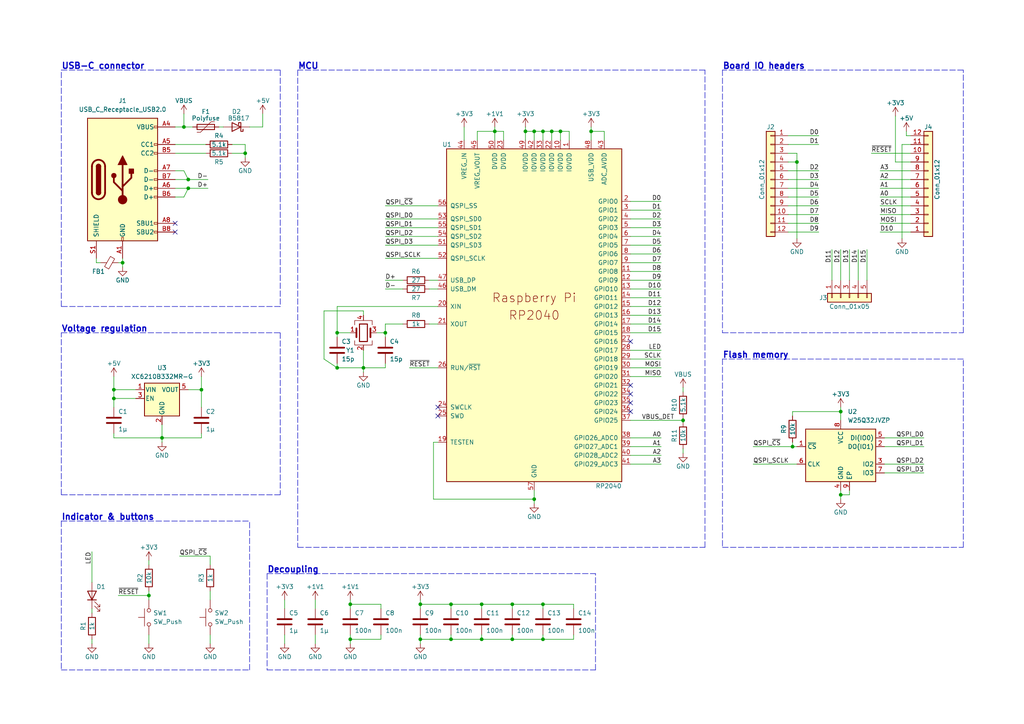
<source format=kicad_sch>
(kicad_sch (version 20211123) (generator eeschema)
  (paper "A4")
  (title_block (title "0xB2 - blinky2040") (rev "v0") (company "plut0nium"))
  (lib_symbols
    (symbol "Connector:USB_C_Receptacle_USB2.0" (pin_names (offset 1.016))
      (property "Reference" "J" (at -10.16 19.05 0))
      (property "Value" "USB_C_Receptacle_USB2.0" (at 19.05 19.05 0))
      (symbol "USB_C_Receptacle_USB2.0_1_1"
        (pin passive line (at 0 -22.86 90) (length 5.08) (name "GND") (number "A1"))
        (pin passive line (at 0 -22.86 90) (length 5.08) hide (name "GND") (number "A12"))
        (pin passive line (at 15.24 15.24 180) (length 5.08) (name "VBUS") (number "A4"))
        (pin bidirectional line (at 15.24 10.16 180) (length 5.08) (name "CC1") (number "A5"))
        (pin bidirectional line (at 15.24 -2.54 180) (length 5.08) (name "D+") (number "A6"))
        (pin bidirectional line (at 15.24 2.54 180) (length 5.08) (name "D-") (number "A7"))
        (pin bidirectional line (at 15.24 -12.7 180) (length 5.08) (name "SBU1") (number "A8"))
        (pin passive line (at 15.24 15.24 180) (length 5.08) hide (name "VBUS") (number "A9"))
        (pin passive line (at 0 -22.86 90) (length 5.08) hide (name "GND") (number "B1"))
        (pin passive line (at 0 -22.86 90) (length 5.08) hide (name "GND") (number "B12"))
        (pin passive line (at 15.24 15.24 180) (length 5.08) hide (name "VBUS") (number "B4"))
        (pin bidirectional line (at 15.24 7.62 180) (length 5.08) (name "CC2") (number "B5"))
        (pin bidirectional line (at 15.24 -5.08 180) (length 5.08) (name "D+") (number "B6"))
        (pin bidirectional line (at 15.24 0 180) (length 5.08) (name "D-") (number "B7"))
        (pin bidirectional line (at 15.24 -15.24 180) (length 5.08) (name "SBU2") (number "B8"))
        (pin passive line (at 15.24 15.24 180) (length 5.08) hide (name "VBUS") (number "B9"))
        (pin passive line (at -7.62 -22.86 90) (length 5.08) (name "SHIELD") (number "S1"))
      )
    )
    (symbol "Connector_Generic:Conn_01x05" (pin_names (offset 1.016) hide)
      (property "Reference" "J" (at 0 7.62 0))
      (property "Value" "Conn_01x05" (at 0 -7.62 0))
      (symbol "Conn_01x05_1_1"
        (pin passive line (at -5.08 5.08 0) (length 3.81) (name "Pin_1") (number "1"))
        (pin passive line (at -5.08 2.54 0) (length 3.81) (name "Pin_2") (number "2"))
        (pin passive line (at -5.08 0 0) (length 3.81) (name "Pin_3") (number "3"))
        (pin passive line (at -5.08 -2.54 0) (length 3.81) (name "Pin_4") (number "4"))
        (pin passive line (at -5.08 -5.08 0) (length 3.81) (name "Pin_5") (number "5"))
      )
    )
    (symbol "Connector_Generic:Conn_01x12" (pin_names (offset 1.016) hide)
      (property "Reference" "J" (at 0 15.24 0))
      (property "Value" "Conn_01x12" (at 0 -17.78 0))
      (symbol "Conn_01x12_1_1"
        (pin passive line (at -5.08 12.7 0) (length 3.81) (name "Pin_1") (number "1"))
        (pin passive line (at -5.08 -10.16 0) (length 3.81) (name "Pin_10") (number "10"))
        (pin passive line (at -5.08 -12.7 0) (length 3.81) (name "Pin_11") (number "11"))
        (pin passive line (at -5.08 -15.24 0) (length 3.81) (name "Pin_12") (number "12"))
        (pin passive line (at -5.08 10.16 0) (length 3.81) (name "Pin_2") (number "2"))
        (pin passive line (at -5.08 7.62 0) (length 3.81) (name "Pin_3") (number "3"))
        (pin passive line (at -5.08 5.08 0) (length 3.81) (name "Pin_4") (number "4"))
        (pin passive line (at -5.08 2.54 0) (length 3.81) (name "Pin_5") (number "5"))
        (pin passive line (at -5.08 0 0) (length 3.81) (name "Pin_6") (number "6"))
        (pin passive line (at -5.08 -2.54 0) (length 3.81) (name "Pin_7") (number "7"))
        (pin passive line (at -5.08 -5.08 0) (length 3.81) (name "Pin_8") (number "8"))
        (pin passive line (at -5.08 -7.62 0) (length 3.81) (name "Pin_9") (number "9"))
      )
    )
    (symbol "Device:C" (pin_numbers hide) (pin_names (offset 0.254))
      (property "Reference" "C" (at 0.635 2.54 0))
      (property "Value" "C" (at 0.635 -2.54 0))
      (symbol "C_1_1"
        (pin passive line (at 0 3.81 270) (length 2.794) (name "~") (number "1"))
        (pin passive line (at 0 -3.81 90) (length 2.794) (name "~") (number "2"))
      )
    )
    (symbol "Device:Crystal_GND24" (pin_names (offset 1.016) hide)
      (property "Reference" "Y" (at 3.175 5.08 0))
      (property "Value" "Crystal_GND24" (at 3.175 3.175 0))
      (symbol "Crystal_GND24_1_1"
        (pin passive line (at -3.81 0 0) (length 1.27) (name "1") (number "1"))
        (pin passive line (at 0 5.08 270) (length 1.27) (name "2") (number "2"))
        (pin passive line (at 3.81 0 180) (length 1.27) (name "3") (number "3"))
        (pin passive line (at 0 -5.08 90) (length 1.27) (name "4") (number "4"))
      )
    )
    (symbol "Device:D_Schottky" (pin_numbers hide) (pin_names (offset 1.016) hide)
      (property "Reference" "D" (at 0 2.54 0))
      (property "Value" "D_Schottky" (at 0 -2.54 0))
      (symbol "D_Schottky_1_1"
        (pin passive line (at -3.81 0 0) (length 2.54) (name "K") (number "1"))
        (pin passive line (at 3.81 0 180) (length 2.54) (name "A") (number "2"))
      )
    )
    (symbol "Device:FerriteBead_Small" (pin_numbers hide) (pin_names (offset 0))
      (property "Reference" "FB" (at 1.905 1.27 0))
      (property "Value" "FerriteBead_Small" (at 1.905 -1.27 0))
      (symbol "FerriteBead_Small_1_1"
        (pin passive line (at 0 2.54 270) (length 1.27) (name "~") (number "1"))
        (pin passive line (at 0 -2.54 90) (length 1.27) (name "~") (number "2"))
      )
    )
    (symbol "Device:LED" (pin_numbers hide) (pin_names (offset 1.016) hide)
      (property "Reference" "D" (at 0 2.54 0))
      (property "Value" "LED" (at 0 -2.54 0))
      (symbol "LED_1_1"
        (pin passive line (at -3.81 0 0) (length 2.54) (name "K") (number "1"))
        (pin passive line (at 3.81 0 180) (length 2.54) (name "A") (number "2"))
      )
    )
    (symbol "Device:Polyfuse" (pin_numbers hide) (pin_names (offset 0))
      (property "Reference" "F" (at -2.54 0 90))
      (property "Value" "Polyfuse" (at 2.54 0 90))
      (symbol "Polyfuse_1_1"
        (pin passive line (at 0 3.81 270) (length 1.27) (name "~") (number "1"))
        (pin passive line (at 0 -3.81 90) (length 1.27) (name "~") (number "2"))
      )
    )
    (symbol "Device:R" (pin_numbers hide) (pin_names (offset 0))
      (property "Reference" "R" (at 2.032 0 90))
      (property "Value" "R" (at 0 0 90))
      (symbol "R_1_1"
        (pin passive line (at 0 3.81 270) (length 1.27) (name "~") (number "1"))
        (pin passive line (at 0 -3.81 90) (length 1.27) (name "~") (number "2"))
      )
    )
    (symbol "MCU_RaspberryPi_RP2040:RP2040" (pin_names (offset 1.016))
      (property "Reference" "U" (at -25.4 49.53 0))
      (property "Value" "RP2040" (at 20.32 -49.53 0))
      (symbol "RP2040_0_0"
        (text "Raspberry Pi" (at 0 5.08 0) (effects (font (size 2.54 2.54))))
        (text "RP2040" (at 0 0 0) (effects (font (size 2.54 2.54))))
      )
      (symbol "RP2040_1_1"
        (pin power_in line (at 10.16 50.8 270) (length 2.54) (name "IOVDD") (number "1"))
        (pin power_in line (at 7.62 50.8 270) (length 2.54) (name "IOVDD") (number "10"))
        (pin bidirectional line (at 27.94 12.7 180) (length 2.54) (name "GPIO8") (number "11"))
        (pin bidirectional line (at 27.94 10.16 180) (length 2.54) (name "GPIO9") (number "12"))
        (pin bidirectional line (at 27.94 7.62 180) (length 2.54) (name "GPIO10") (number "13"))
        (pin bidirectional line (at 27.94 5.08 180) (length 2.54) (name "GPIO11") (number "14"))
        (pin bidirectional line (at 27.94 2.54 180) (length 2.54) (name "GPIO12") (number "15"))
        (pin bidirectional line (at 27.94 0 180) (length 2.54) (name "GPIO13") (number "16"))
        (pin bidirectional line (at 27.94 -2.54 180) (length 2.54) (name "GPIO14") (number "17"))
        (pin bidirectional line (at 27.94 -5.08 180) (length 2.54) (name "GPIO15") (number "18"))
        (pin passive line (at -27.94 -36.83 0) (length 2.54) (name "TESTEN") (number "19"))
        (pin bidirectional line (at 27.94 33.02 180) (length 2.54) (name "GPIO0") (number "2"))
        (pin input line (at -27.94 2.54 0) (length 2.54) (name "XIN") (number "20"))
        (pin passive line (at -27.94 -2.54 0) (length 2.54) (name "XOUT") (number "21"))
        (pin power_in line (at 5.08 50.8 270) (length 2.54) (name "IOVDD") (number "22"))
        (pin power_in line (at -8.89 50.8 270) (length 2.54) (name "DVDD") (number "23"))
        (pin output line (at -27.94 -26.67 0) (length 2.54) (name "SWCLK") (number "24"))
        (pin bidirectional line (at -27.94 -29.21 0) (length 2.54) (name "SWD") (number "25"))
        (pin input line (at -27.94 -15.24 0) (length 2.54) (name "RUN/~{RST}") (number "26"))
        (pin bidirectional line (at 27.94 -7.62 180) (length 2.54) (name "GPIO16") (number "27"))
        (pin bidirectional line (at 27.94 -10.16 180) (length 2.54) (name "GPIO17") (number "28"))
        (pin bidirectional line (at 27.94 -12.7 180) (length 2.54) (name "GPIO18") (number "29"))
        (pin bidirectional line (at 27.94 30.48 180) (length 2.54) (name "GPIO1") (number "3"))
        (pin bidirectional line (at 27.94 -15.24 180) (length 2.54) (name "GPIO19") (number "30"))
        (pin bidirectional line (at 27.94 -17.78 180) (length 2.54) (name "GPIO20") (number "31"))
        (pin bidirectional line (at 27.94 -20.32 180) (length 2.54) (name "GPIO21") (number "32"))
        (pin power_in line (at 2.54 50.8 270) (length 2.54) (name "IOVDD") (number "33"))
        (pin bidirectional line (at 27.94 -22.86 180) (length 2.54) (name "GPIO22") (number "34"))
        (pin bidirectional line (at 27.94 -25.4 180) (length 2.54) (name "GPIO23") (number "35"))
        (pin bidirectional line (at 27.94 -27.94 180) (length 2.54) (name "GPIO24") (number "36"))
        (pin bidirectional line (at 27.94 -30.48 180) (length 2.54) (name "GPIO25") (number "37"))
        (pin bidirectional line (at 27.94 -35.56 180) (length 2.54) (name "GPIO26_ADC0") (number "38"))
        (pin bidirectional line (at 27.94 -38.1 180) (length 2.54) (name "GPIO27_ADC1") (number "39"))
        (pin bidirectional line (at 27.94 27.94 180) (length 2.54) (name "GPIO2") (number "4"))
        (pin bidirectional line (at 27.94 -40.64 180) (length 2.54) (name "GPIO28_ADC2") (number "40"))
        (pin bidirectional line (at 27.94 -43.18 180) (length 2.54) (name "GPIO29_ADC3") (number "41"))
        (pin power_in line (at 0 50.8 270) (length 2.54) (name "IOVDD") (number "42"))
        (pin power_in line (at 20.32 50.8 270) (length 2.54) (name "ADC_AVDD") (number "43"))
        (pin power_in line (at -20.32 50.8 270) (length 2.54) (name "VREG_IN") (number "44"))
        (pin power_out line (at -16.51 50.8 270) (length 2.54) (name "VREG_VOUT") (number "45"))
        (pin bidirectional line (at -27.94 7.62 0) (length 2.54) (name "USB_DM") (number "46"))
        (pin bidirectional line (at -27.94 10.16 0) (length 2.54) (name "USB_DP") (number "47"))
        (pin power_in line (at 16.51 50.8 270) (length 2.54) (name "USB_VDD") (number "48"))
        (pin power_in line (at -2.54 50.8 270) (length 2.54) (name "IOVDD") (number "49"))
        (pin bidirectional line (at 27.94 25.4 180) (length 2.54) (name "GPIO3") (number "5"))
        (pin power_in line (at -11.43 50.8 270) (length 2.54) (name "DVDD") (number "50"))
        (pin bidirectional line (at -27.94 20.32 0) (length 2.54) (name "QSPI_SD3") (number "51"))
        (pin output line (at -27.94 16.51 0) (length 2.54) (name "QSPI_SCLK") (number "52"))
        (pin bidirectional line (at -27.94 27.94 0) (length 2.54) (name "QSPI_SD0") (number "53"))
        (pin bidirectional line (at -27.94 22.86 0) (length 2.54) (name "QSPI_SD2") (number "54"))
        (pin bidirectional line (at -27.94 25.4 0) (length 2.54) (name "QSPI_SD1") (number "55"))
        (pin bidirectional line (at -27.94 31.75 0) (length 2.54) (name "QSPI_SS") (number "56"))
        (pin power_in line (at 0 -50.8 90) (length 2.54) (name "GND") (number "57"))
        (pin bidirectional line (at 27.94 22.86 180) (length 2.54) (name "GPIO4") (number "6"))
        (pin bidirectional line (at 27.94 20.32 180) (length 2.54) (name "GPIO5") (number "7"))
        (pin bidirectional line (at 27.94 17.78 180) (length 2.54) (name "GPIO6") (number "8"))
        (pin bidirectional line (at 27.94 15.24 180) (length 2.54) (name "GPIO7") (number "9"))
      )
    )
    (symbol "Memory_Flash:W25Q32JVZP"
      (property "Reference" "U" (at -8.89 8.89 0))
      (property "Value" "W25Q32JVZP" (at 7.62 8.89 0))
      (symbol "W25Q32JVZP_1_1"
        (pin input line (at -12.7 2.54 0) (length 2.54) (name "~{CS}") (number "1"))
        (pin bidirectional line (at 12.7 2.54 180) (length 2.54) (name "DO(IO1)") (number "2"))
        (pin bidirectional line (at 12.7 -2.54 180) (length 2.54) (name "IO2") (number "3"))
        (pin power_in line (at 0 -10.16 90) (length 2.54) (name "GND") (number "4"))
        (pin bidirectional line (at 12.7 5.08 180) (length 2.54) (name "DI(IO0)") (number "5"))
        (pin input line (at -12.7 -2.54 0) (length 2.54) (name "CLK") (number "6"))
        (pin bidirectional line (at 12.7 -5.08 180) (length 2.54) (name "IO3") (number "7"))
        (pin power_in line (at 0 10.16 270) (length 2.54) (name "VCC") (number "8"))
        (pin passive line (at 2.54 -10.16 90) (length 2.54) (name "EP") (number "9"))
      )
    )
    (symbol "Regulator_Linear:AP2127K-3.3" (pin_names (offset 0.254))
      (property "Reference" "U" (at -5.08 5.715 0))
      (property "Value" "AP2127K-3.3" (at 0 5.715 0))
      (symbol "AP2127K-3.3_1_1"
        (pin power_in line (at -7.62 2.54 0) (length 2.54) (name "VIN") (number "1"))
        (pin power_in line (at 0 -7.62 90) (length 2.54) (name "GND") (number "2"))
        (pin input line (at -7.62 0 0) (length 2.54) (name "EN") (number "3"))
        (pin no_connect line (at 5.08 0 180) (length 2.54) hide (name "NC") (number "4"))
        (pin power_out line (at 7.62 2.54 180) (length 2.54) (name "VOUT") (number "5"))
      )
    )
    (symbol "Switch:SW_Push" (pin_numbers hide) (pin_names (offset 1.016) hide)
      (property "Reference" "SW" (at 1.27 2.54 0))
      (property "Value" "SW_Push" (at 0 -1.524 0))
      (symbol "SW_Push_0_1"
        (pin passive line (at -5.08 0 0) (length 2.54) (name "1") (number "1"))
        (pin passive line (at 5.08 0 180) (length 2.54) (name "2") (number "2"))
      )
    )
    (symbol "power:+1V1" (power) (pin_names (offset 0))
      (property "Value" "+1V1" (at 0 3.556 0))
      (symbol "+1V1_1_1"
        (pin power_in line (at 0 0 90) (length 0) hide (name "+1V1") (number "1"))
      )
    )
    (symbol "power:+3.3V" (power) (pin_names (offset 0))
      (property "Value" "+3.3V" (at 0 3.556 0))
      (symbol "+3.3V_1_1"
        (pin power_in line (at 0 0 90) (length 0) hide (name "+3V3") (number "1"))
      )
    )
    (symbol "power:+5V" (power) (pin_names (offset 0))
      (property "Value" "+5V" (at 0 3.556 0))
      (symbol "+5V_1_1"
        (pin power_in line (at 0 0 90) (length 0) hide (name "+5V") (number "1"))
      )
    )
    (symbol "power:GND" (power) (pin_names (offset 0))
      (property "Value" "GND" (at 0 -3.81 0))
      (symbol "GND_1_1"
        (pin power_in line (at 0 0 270) (length 0) hide (name "GND") (number "1"))
      )
    )
    (symbol "power:VBUS" (power) (pin_names (offset 0))
      (property "Value" "VBUS" (at 0 3.81 0))
      (symbol "VBUS_1_1"
        (pin power_in line (at 0 0 90) (length 0) hide (name "VBUS") (number "1"))
      )
    )
  )
  (junction (at 53.34 36.83))
  (junction (at 46.99 127))
  (junction (at 105.41 106.68))
  (junction (at 154.94 38.1))
  (junction (at 162.56 38.1))
  (junction (at 111.76 96.52))
  (junction (at 157.48 185.42))
  (junction (at 101.6 185.42))
  (junction (at 54.61 52.07))
  (junction (at 157.48 38.1))
  (junction (at 97.79 96.52))
  (junction (at 157.48 175.26))
  (junction (at 101.6 175.26))
  (junction (at 121.92 185.42))
  (junction (at 148.59 185.42))
  (junction (at 130.81 175.26))
  (junction (at 148.59 175.26))
  (junction (at 152.4 38.1))
  (junction (at 160.02 38.1))
  (junction (at 43.18 172.72))
  (junction (at 33.02 113.03))
  (junction (at 171.45 38.1))
  (junction (at 139.7 185.42))
  (junction (at 154.94 144.78))
  (junction (at 35.56 76.2))
  (junction (at 198.12 121.92))
  (junction (at 231.14 46.99))
  (junction (at 58.42 113.03))
  (junction (at 229.87 129.54))
  (junction (at 139.7 175.26))
  (junction (at 71.12 44.45))
  (junction (at 130.81 185.42))
  (junction (at 97.79 106.68))
  (junction (at 33.02 115.57))
  (junction (at 54.61 54.61))
  (junction (at 243.84 119.38))
  (junction (at 143.51 38.1))
  (junction (at 243.84 143.51))
  (junction (at 121.92 175.26))
  (no_connect (at 182.88 119.38))
  (no_connect (at 182.88 116.84))
  (no_connect (at 182.88 111.76))
  (no_connect (at 182.88 114.3))
  (no_connect (at 182.88 99.06))
  (no_connect (at 50.8 64.77))
  (no_connect (at 50.8 67.31))
  (no_connect (at 127 118.11))
  (no_connect (at 127 120.65))
  (polyline (pts (xy 209.55 96.52) (xy 279.4 96.52)))
  (wire (pts (xy 171.45 38.1) (xy 171.45 40.64)))
  (wire (pts (xy 264.16 46.99) (xy 259.715 46.99)))
  (wire (pts (xy 33.02 115.57) (xy 33.02 118.11)))
  (wire (pts (xy 105.41 91.44) (xy 105.41 90.17)))
  (wire (pts (xy 118.745 106.68) (xy 127 106.68)))
  (wire (pts (xy 58.42 109.22) (xy 58.42 113.03)))
  (wire (pts (xy 60.96 171.45) (xy 60.96 173.99)))
  (wire (pts (xy 82.55 173.99) (xy 82.55 176.53)))
  (wire (pts (xy 267.97 134.62) (xy 256.54 134.62)))
  (wire (pts (xy 43.18 184.15) (xy 43.18 186.69)))
  (wire (pts (xy 101.6 175.26) (xy 110.49 175.26)))
  (wire (pts (xy 121.92 173.99) (xy 121.92 175.26)))
  (wire (pts (xy 243.84 72.39) (xy 243.84 81.28)))
  (polyline (pts (xy 17.78 194.31) (xy 72.39 194.31)))
  (wire (pts (xy 255.27 54.61) (xy 264.16 54.61)))
  (wire (pts (xy 228.6 67.31) (xy 237.49 67.31)))
  (polyline (pts (xy 204.47 158.75) (xy 204.47 20.32)))
  (wire (pts (xy 182.88 127) (xy 191.77 127)))
  (wire (pts (xy 50.8 54.61) (xy 54.61 54.61)))
  (wire (pts (xy 91.44 173.99) (xy 91.44 176.53)))
  (wire (pts (xy 267.97 137.16) (xy 256.54 137.16)))
  (polyline (pts (xy 279.4 104.14) (xy 209.55 104.14)))
  (wire (pts (xy 111.76 66.04) (xy 127 66.04)))
  (wire (pts (xy 182.88 101.6) (xy 191.77 101.6)))
  (wire (pts (xy 72.39 36.83) (xy 76.2 36.83)))
  (wire (pts (xy 121.92 185.42) (xy 130.81 185.42)))
  (wire (pts (xy 33.02 113.03) (xy 39.37 113.03)))
  (wire (pts (xy 101.6 175.26) (xy 101.6 176.53)))
  (wire (pts (xy 243.84 118.11) (xy 243.84 119.38)))
  (wire (pts (xy 109.22 96.52) (xy 111.76 96.52)))
  (wire (pts (xy 63.5 36.83) (xy 64.77 36.83)))
  (wire (pts (xy 105.41 106.68) (xy 105.41 107.95)))
  (wire (pts (xy 162.56 38.1) (xy 165.1 38.1)))
  (wire (pts (xy 248.92 72.39) (xy 248.92 81.28)))
  (wire (pts (xy 121.92 175.26) (xy 130.81 175.26)))
  (wire (pts (xy 228.6 64.77) (xy 237.49 64.77)))
  (wire (pts (xy 97.79 96.52) (xy 97.79 88.9)))
  (wire (pts (xy 111.76 68.58) (xy 127 68.58)))
  (wire (pts (xy 198.12 130.175) (xy 198.12 131.445)))
  (wire (pts (xy 143.51 38.1) (xy 143.51 40.64)))
  (wire (pts (xy 182.88 129.54) (xy 191.77 129.54)))
  (wire (pts (xy 130.81 184.15) (xy 130.81 185.42)))
  (wire (pts (xy 54.61 52.07) (xy 50.8 52.07)))
  (polyline (pts (xy 81.28 88.9) (xy 17.78 88.9)))
  (wire (pts (xy 121.92 185.42) (xy 121.92 186.69)))
  (wire (pts (xy 231.14 46.99) (xy 231.14 69.215)))
  (wire (pts (xy 267.97 127) (xy 256.54 127)))
  (wire (pts (xy 33.02 127) (xy 46.99 127)))
  (wire (pts (xy 125.73 128.27) (xy 127 128.27)))
  (wire (pts (xy 101.6 185.42) (xy 101.6 186.69)))
  (wire (pts (xy 124.46 81.28) (xy 127 81.28)))
  (wire (pts (xy 50.8 49.53) (xy 53.34 49.53)))
  (wire (pts (xy 264.16 41.91) (xy 261.62 41.91)))
  (wire (pts (xy 255.27 67.31) (xy 264.16 67.31)))
  (wire (pts (xy 93.98 90.17) (xy 93.98 104.14)))
  (wire (pts (xy 101.6 185.42) (xy 110.49 185.42)))
  (wire (pts (xy 139.7 185.42) (xy 148.59 185.42)))
  (wire (pts (xy 124.46 93.98) (xy 127 93.98)))
  (wire (pts (xy 53.34 49.53) (xy 54.61 52.07)))
  (wire (pts (xy 34.29 76.2) (xy 35.56 76.2)))
  (wire (pts (xy 243.84 142.24) (xy 243.84 143.51)))
  (wire (pts (xy 157.48 38.1) (xy 157.48 40.64)))
  (wire (pts (xy 111.76 106.68) (xy 111.76 105.41)))
  (wire (pts (xy 50.8 36.83) (xy 53.34 36.83)))
  (wire (pts (xy 52.07 161.29) (xy 60.96 161.29)))
  (wire (pts (xy 53.34 36.83) (xy 55.88 36.83)))
  (wire (pts (xy 58.42 125.73) (xy 58.42 127)))
  (wire (pts (xy 255.27 64.77) (xy 264.16 64.77)))
  (wire (pts (xy 255.27 62.23) (xy 264.16 62.23)))
  (wire (pts (xy 229.87 129.54) (xy 231.14 129.54)))
  (wire (pts (xy 105.41 106.68) (xy 111.76 106.68)))
  (wire (pts (xy 154.94 144.78) (xy 154.94 146.05)))
  (wire (pts (xy 182.88 109.22) (xy 191.77 109.22)))
  (wire (pts (xy 152.4 36.83) (xy 152.4 38.1)))
  (wire (pts (xy 146.05 40.64) (xy 146.05 38.1)))
  (wire (pts (xy 154.94 142.24) (xy 154.94 144.78)))
  (wire (pts (xy 43.18 171.45) (xy 43.18 172.72)))
  (wire (pts (xy 175.26 40.64) (xy 175.26 38.1)))
  (wire (pts (xy 60.96 161.29) (xy 60.96 163.83)))
  (wire (pts (xy 198.12 121.92) (xy 198.12 122.555)))
  (wire (pts (xy 139.7 184.15) (xy 139.7 185.42)))
  (wire (pts (xy 157.48 185.42) (xy 166.37 185.42)))
  (wire (pts (xy 182.88 68.58) (xy 191.77 68.58)))
  (wire (pts (xy 27.94 76.2) (xy 29.21 76.2)))
  (wire (pts (xy 182.88 104.14) (xy 191.77 104.14)))
  (wire (pts (xy 97.79 106.68) (xy 105.41 106.68)))
  (wire (pts (xy 166.37 176.53) (xy 166.37 175.26)))
  (wire (pts (xy 171.45 38.1) (xy 175.26 38.1)))
  (wire (pts (xy 243.84 143.51) (xy 246.38 143.51)))
  (wire (pts (xy 125.73 128.27) (xy 125.73 144.78)))
  (wire (pts (xy 139.7 175.26) (xy 148.59 175.26)))
  (wire (pts (xy 241.3 72.39) (xy 241.3 81.28)))
  (wire (pts (xy 262.89 39.37) (xy 264.16 39.37)))
  (wire (pts (xy 58.42 113.03) (xy 58.42 118.11)))
  (wire (pts (xy 218.44 134.62) (xy 231.14 134.62)))
  (wire (pts (xy 228.6 39.37) (xy 237.49 39.37)))
  (wire (pts (xy 152.4 38.1) (xy 152.4 40.64)))
  (wire (pts (xy 105.41 90.17) (xy 93.98 90.17)))
  (wire (pts (xy 255.27 52.07) (xy 264.16 52.07)))
  (wire (pts (xy 228.6 59.69) (xy 237.49 59.69)))
  (polyline (pts (xy 209.55 104.14) (xy 209.55 158.75)))
  (wire (pts (xy 148.59 175.26) (xy 157.48 175.26)))
  (wire (pts (xy 246.38 72.39) (xy 246.38 81.28)))
  (wire (pts (xy 110.49 184.15) (xy 110.49 185.42)))
  (wire (pts (xy 231.14 44.45) (xy 231.14 46.99)))
  (polyline (pts (xy 17.78 151.13) (xy 17.78 194.31)))
  (wire (pts (xy 182.88 121.92) (xy 198.12 121.92)))
  (wire (pts (xy 243.84 119.38) (xy 243.84 121.92)))
  (wire (pts (xy 182.88 132.08) (xy 191.77 132.08)))
  (wire (pts (xy 26.67 176.53) (xy 26.67 177.8)))
  (wire (pts (xy 182.88 96.52) (xy 191.77 96.52)))
  (wire (pts (xy 111.76 96.52) (xy 111.76 97.79)))
  (wire (pts (xy 50.8 41.91) (xy 59.69 41.91)))
  (wire (pts (xy 228.6 57.15) (xy 237.49 57.15)))
  (wire (pts (xy 121.92 184.15) (xy 121.92 185.42)))
  (wire (pts (xy 171.45 36.83) (xy 171.45 38.1)))
  (wire (pts (xy 97.79 97.79) (xy 97.79 96.52)))
  (wire (pts (xy 26.67 185.42) (xy 26.67 186.69)))
  (polyline (pts (xy 279.4 96.52) (xy 279.4 20.32)))
  (polyline (pts (xy 17.78 20.32) (xy 81.28 20.32)))
  (wire (pts (xy 228.6 54.61) (xy 237.49 54.61)))
  (wire (pts (xy 218.44 129.54) (xy 229.87 129.54)))
  (wire (pts (xy 130.81 185.42) (xy 139.7 185.42)))
  (wire (pts (xy 82.55 184.15) (xy 82.55 186.69)))
  (wire (pts (xy 182.88 73.66) (xy 191.77 73.66)))
  (wire (pts (xy 97.79 105.41) (xy 97.79 106.68)))
  (wire (pts (xy 130.81 175.26) (xy 130.81 176.53)))
  (wire (pts (xy 182.88 63.5) (xy 191.77 63.5)))
  (wire (pts (xy 97.79 96.52) (xy 101.6 96.52)))
  (wire (pts (xy 111.76 71.12) (xy 127 71.12)))
  (wire (pts (xy 91.44 184.15) (xy 91.44 186.69)))
  (wire (pts (xy 154.94 38.1) (xy 157.48 38.1)))
  (wire (pts (xy 182.88 83.82) (xy 191.77 83.82)))
  (wire (pts (xy 182.88 93.98) (xy 191.77 93.98)))
  (wire (pts (xy 71.12 44.45) (xy 71.12 45.72)))
  (wire (pts (xy 229.87 128.27) (xy 229.87 129.54)))
  (wire (pts (xy 148.59 184.15) (xy 148.59 185.42)))
  (polyline (pts (xy 81.28 20.32) (xy 81.28 88.9)))
  (wire (pts (xy 160.02 38.1) (xy 160.02 40.64)))
  (polyline (pts (xy 17.78 96.52) (xy 81.28 96.52)))
  (wire (pts (xy 33.02 125.73) (xy 33.02 127)))
  (wire (pts (xy 53.34 33.02) (xy 53.34 36.83)))
  (wire (pts (xy 35.56 76.2) (xy 35.56 77.47)))
  (polyline (pts (xy 77.47 194.31) (xy 172.72 194.31)))
  (wire (pts (xy 67.31 41.91) (xy 71.12 41.91)))
  (wire (pts (xy 255.27 59.69) (xy 264.16 59.69)))
  (wire (pts (xy 27.94 74.93) (xy 27.94 76.2)))
  (wire (pts (xy 97.79 88.9) (xy 127 88.9)))
  (wire (pts (xy 252.73 44.45) (xy 264.16 44.45)))
  (wire (pts (xy 182.88 106.68) (xy 191.77 106.68)))
  (wire (pts (xy 246.38 142.24) (xy 246.38 143.51)))
  (wire (pts (xy 76.2 33.02) (xy 76.2 36.83)))
  (wire (pts (xy 60.96 184.15) (xy 60.96 186.69)))
  (wire (pts (xy 111.76 83.82) (xy 116.84 83.82)))
  (wire (pts (xy 267.97 129.54) (xy 256.54 129.54)))
  (wire (pts (xy 148.59 185.42) (xy 157.48 185.42)))
  (wire (pts (xy 228.6 52.07) (xy 237.49 52.07)))
  (wire (pts (xy 33.02 109.22) (xy 33.02 113.03)))
  (wire (pts (xy 229.87 119.38) (xy 243.84 119.38)))
  (wire (pts (xy 138.43 38.1) (xy 143.51 38.1)))
  (wire (pts (xy 228.6 41.91) (xy 237.49 41.91)))
  (wire (pts (xy 33.02 113.03) (xy 33.02 115.57)))
  (wire (pts (xy 50.8 44.45) (xy 59.69 44.45)))
  (wire (pts (xy 111.76 63.5) (xy 127 63.5)))
  (wire (pts (xy 148.59 175.26) (xy 148.59 176.53)))
  (polyline (pts (xy 172.72 194.31) (xy 172.72 166.37)))
  (polyline (pts (xy 81.28 143.51) (xy 17.78 143.51)))
  (wire (pts (xy 116.84 93.98) (xy 111.76 93.98)))
  (wire (pts (xy 143.51 36.83) (xy 143.51 38.1)))
  (polyline (pts (xy 17.78 88.9) (xy 17.78 20.32)))
  (wire (pts (xy 111.76 59.69) (xy 127 59.69)))
  (wire (pts (xy 165.1 40.64) (xy 165.1 38.1)))
  (polyline (pts (xy 209.55 158.75) (xy 279.4 158.75)))
  (polyline (pts (xy 77.47 166.37) (xy 172.72 166.37)))
  (wire (pts (xy 26.67 160.02) (xy 26.67 168.91)))
  (wire (pts (xy 157.48 38.1) (xy 160.02 38.1)))
  (wire (pts (xy 111.76 93.98) (xy 111.76 96.52)))
  (wire (pts (xy 46.99 123.19) (xy 46.99 127)))
  (wire (pts (xy 93.98 104.14) (xy 97.79 106.68)))
  (wire (pts (xy 229.87 120.65) (xy 229.87 119.38)))
  (wire (pts (xy 251.46 72.39) (xy 251.46 81.28)))
  (wire (pts (xy 228.6 49.53) (xy 237.49 49.53)))
  (wire (pts (xy 198.12 112.395) (xy 198.12 113.665)))
  (wire (pts (xy 124.46 83.82) (xy 127 83.82)))
  (wire (pts (xy 182.88 60.96) (xy 191.77 60.96)))
  (wire (pts (xy 228.6 44.45) (xy 231.14 44.45)))
  (wire (pts (xy 157.48 175.26) (xy 166.37 175.26)))
  (wire (pts (xy 105.41 101.6) (xy 105.41 106.68)))
  (polyline (pts (xy 279.4 20.32) (xy 209.55 20.32)))
  (wire (pts (xy 182.88 76.2) (xy 191.77 76.2)))
  (wire (pts (xy 54.61 54.61) (xy 53.34 57.15)))
  (wire (pts (xy 54.61 113.03) (xy 58.42 113.03)))
  (wire (pts (xy 182.88 78.74) (xy 191.77 78.74)))
  (wire (pts (xy 121.92 175.26) (xy 121.92 176.53)))
  (wire (pts (xy 111.76 74.93) (xy 127 74.93)))
  (polyline (pts (xy 209.55 20.32) (xy 209.55 96.52)))
  (wire (pts (xy 54.61 52.07) (xy 60.325 52.07)))
  (wire (pts (xy 262.89 38.1) (xy 262.89 39.37)))
  (wire (pts (xy 138.43 40.64) (xy 138.43 38.1)))
  (polyline (pts (xy 86.36 158.75) (xy 204.47 158.75)))
  (wire (pts (xy 154.94 38.1) (xy 154.94 40.64)))
  (wire (pts (xy 157.48 175.26) (xy 157.48 176.53)))
  (polyline (pts (xy 17.78 143.51) (xy 17.78 96.52)))
  (polyline (pts (xy 204.47 20.32) (xy 86.36 20.32)))
  (wire (pts (xy 182.88 58.42) (xy 191.77 58.42)))
  (wire (pts (xy 67.31 44.45) (xy 71.12 44.45)))
  (wire (pts (xy 182.88 91.44) (xy 191.77 91.44)))
  (wire (pts (xy 111.76 81.28) (xy 116.84 81.28)))
  (wire (pts (xy 162.56 38.1) (xy 162.56 40.64)))
  (wire (pts (xy 198.12 121.285) (xy 198.12 121.92)))
  (wire (pts (xy 182.88 134.62) (xy 191.77 134.62)))
  (polyline (pts (xy 77.47 166.37) (xy 77.47 194.31)))
  (wire (pts (xy 255.27 57.15) (xy 264.16 57.15)))
  (wire (pts (xy 71.12 41.91) (xy 71.12 44.45)))
  (wire (pts (xy 182.88 88.9) (xy 191.77 88.9)))
  (wire (pts (xy 182.88 66.04) (xy 191.77 66.04)))
  (wire (pts (xy 261.62 41.91) (xy 261.62 69.215)))
  (wire (pts (xy 243.84 143.51) (xy 243.84 144.78)))
  (wire (pts (xy 53.34 57.15) (xy 50.8 57.15)))
  (wire (pts (xy 110.49 176.53) (xy 110.49 175.26)))
  (wire (pts (xy 54.61 54.61) (xy 60.325 54.61)))
  (wire (pts (xy 157.48 184.15) (xy 157.48 185.42)))
  (wire (pts (xy 228.6 46.99) (xy 231.14 46.99)))
  (wire (pts (xy 160.02 38.1) (xy 162.56 38.1)))
  (polyline (pts (xy 81.28 96.52) (xy 81.28 143.51)))
  (wire (pts (xy 259.715 33.655) (xy 259.715 46.99)))
  (wire (pts (xy 35.56 74.93) (xy 35.56 76.2)))
  (polyline (pts (xy 72.39 194.31) (xy 72.39 151.13)))
  (wire (pts (xy 152.4 38.1) (xy 154.94 38.1)))
  (wire (pts (xy 182.88 81.28) (xy 191.77 81.28)))
  (wire (pts (xy 46.99 127) (xy 46.99 128.27)))
  (wire (pts (xy 166.37 184.15) (xy 166.37 185.42)))
  (polyline (pts (xy 17.78 151.13) (xy 72.39 151.13)))
  (wire (pts (xy 43.18 172.72) (xy 43.18 173.99)))
  (wire (pts (xy 101.6 184.15) (xy 101.6 185.42)))
  (wire (pts (xy 34.29 172.72) (xy 43.18 172.72)))
  (wire (pts (xy 43.18 162.56) (xy 43.18 163.83)))
  (polyline (pts (xy 86.36 20.32) (xy 86.36 158.75)))
  (wire (pts (xy 125.73 144.78) (xy 154.94 144.78)))
  (wire (pts (xy 182.88 71.12) (xy 191.77 71.12)))
  (wire (pts (xy 134.62 36.83) (xy 134.62 40.64)))
  (wire (pts (xy 143.51 38.1) (xy 146.05 38.1)))
  (wire (pts (xy 139.7 175.26) (xy 139.7 176.53)))
  (wire (pts (xy 46.99 127) (xy 58.42 127)))
  (wire (pts (xy 101.6 173.99) (xy 101.6 175.26)))
  (wire (pts (xy 33.02 115.57) (xy 39.37 115.57)))
  (wire (pts (xy 182.88 86.36) (xy 191.77 86.36)))
  (wire (pts (xy 228.6 62.23) (xy 237.49 62.23)))
  (wire (pts (xy 255.27 49.53) (xy 264.16 49.53)))
  (wire (pts (xy 130.81 175.26) (xy 139.7 175.26)))
  (polyline (pts (xy 279.4 158.75) (xy 279.4 104.14)))
  (text "Decoupling" (at 77.47 166.37 0) (effects (font (size 1.778 1.778) (thickness 0.3556) bold) (justify left bottom)))
  (text "Board IO headers" (at 209.55 20.32 0) (effects (font (size 1.778 1.778) (thickness 0.3556) bold) (justify left bottom)))
  (text "USB-C connector" (at 17.78 20.32 0) (effects (font (size 1.778 1.778) (thickness 0.3556) bold) (justify left bottom)))
  (text "Indicator & buttons" (at 17.78 151.13 0) (effects (font (size 1.778 1.778) (thickness 0.3556) bold) (justify left bottom)))
  (text "Voltage regulation" (at 17.78 96.52 0) (effects (font (size 1.778 1.778) (thickness 0.3556) bold) (justify left bottom)))
  (text "MCU" (at 86.36 20.32 0) (effects (font (size 1.778 1.778) (thickness 0.3556) bold) (justify left bottom)))
  (text "Flash memory" (at 209.55 104.14 0) (effects (font (size 1.778 1.778) (thickness 0.3556) bold) (justify left bottom)))
  (label "D8" (at 191.77 78.74 180))
  (label "QSPI_D2" (at 111.76 68.58 0))
  (label "SCLK" (at 191.77 104.14 180))
  (label "D10" (at 191.77 83.82 180))
  (label "D12" (at 243.84 72.39 270))
  (label "D11" (at 191.77 86.36 180))
  (label "LED" (at 191.77 101.6 180))
  (label "SCLK" (at 255.27 59.69 0))
  (label "D0" (at 237.49 39.37 180))
  (label "VBUS_DET" (at 195.58 121.92 180))
  (label "D6" (at 191.77 73.66 180))
  (label "MOSI" (at 191.77 106.68 180))
  (label "D8" (at 237.49 64.77 180))
  (label "A2" (at 191.77 132.08 180))
  (label "D7" (at 191.77 76.2 180))
  (label "D3" (at 191.77 66.04 180))
  (label "D-" (at 111.76 83.82 0))
  (label "D1" (at 191.77 60.96 180))
  (label "~{RESET}" (at 34.29 172.72 0))
  (label "~{RESET}" (at 252.73 44.45 0))
  (label "QSPI_SCLK" (at 218.44 134.62 0))
  (label "D4" (at 191.77 68.58 180))
  (label "D13" (at 246.38 72.39 270))
  (label "D11" (at 241.3 72.39 270))
  (label "A3" (at 255.27 49.53 0))
  (label "D9" (at 237.49 67.31 180))
  (label "QSPI_D0" (at 267.97 127 180))
  (label "QSPI_~{CS}" (at 218.44 129.54 0))
  (label "QSPI_D1" (at 111.76 66.04 0))
  (label "D5" (at 237.49 57.15 180))
  (label "MOSI" (at 255.27 64.77 0))
  (label "MISO" (at 255.27 62.23 0))
  (label "~{RESET}" (at 118.745 106.68 0))
  (label "D3" (at 237.49 52.07 180))
  (label "D2" (at 237.49 49.53 180))
  (label "D7" (at 237.49 62.23 180))
  (label "QSPI_D3" (at 111.76 71.12 0))
  (label "QSPI_~{CS}" (at 111.76 59.69 0))
  (label "D2" (at 191.77 63.5 180))
  (label "D12" (at 191.77 88.9 180))
  (label "D14" (at 191.77 93.98 180))
  (label "A1" (at 191.77 129.54 180))
  (label "D5" (at 191.77 71.12 180))
  (label "QSPI_D2" (at 267.97 134.62 180))
  (label "D9" (at 191.77 81.28 180))
  (label "A0" (at 255.27 57.15 0))
  (label "D10" (at 255.27 67.31 0))
  (label "D+" (at 111.76 81.28 0))
  (label "D-" (at 60.325 52.07 180))
  (label "D6" (at 237.49 59.69 180))
  (label "LED" (at 26.67 160.02 270))
  (label "D15" (at 191.77 96.52 180))
  (label "D13" (at 191.77 91.44 180))
  (label "QSPI_D1" (at 267.97 129.54 180))
  (label "MISO" (at 191.77 109.22 180))
  (label "D15" (at 251.46 72.39 270))
  (label "A2" (at 255.27 52.07 0))
  (label "D1" (at 237.49 41.91 180))
  (label "QSPI_~{CS}" (at 52.07 161.29 0))
  (label "QSPI_SCLK" (at 111.76 74.93 0))
  (label "QSPI_D3" (at 267.97 137.16 180))
  (label "A3" (at 191.77 134.62 180))
  (label "D0" (at 191.77 58.42 180))
  (label "D+" (at 60.325 54.61 180))
  (label "A0" (at 191.77 127 180))
  (label "D14" (at 248.92 72.39 270))
  (label "QSPI_D0" (at 111.76 63.5 0))
  (label "D4" (at 237.49 54.61 180))
  (label "A1" (at 255.27 54.61 0))
  (symbol (lib_id "Device:C") (at 148.59 180.34 0) (unit 1)
    (property "Reference" "C12" (at 149.86 177.8 0) (effects (justify left)))
    (property "Value" "100n" (at 149.86 182.88 0) (effects (justify left)))
    (property "Footprint" "Capacitor_SMD:C_0402_1005Metric" (effects hide))
    (property "LCSC" "C1525" (effects hide))
  )
  (symbol (lib_id "MCU_RaspberryPi_RP2040:RP2040") (at 154.94 91.44 0) (unit 1)
    (property "Reference" "U1" (at 128.27 41.91 0) (effects (justify left)))
    (property "Value" "RP2040" (at 172.72 140.97 0) (effects (justify left)))
    (property "Footprint" "0xLib_Package_DFN_QFN:QFN-56-1EP_7x7mm_P0.4mm_EP3.2x3.2mm" (effects hide))
    (property "LCSC" "C2040" (effects hide))
  )
  (symbol (lib_id "Device:R") (at 63.5 41.91 90) (unit 1)
    (property "Reference" "R4" (at 63.5 39.37 90))
    (property "Value" "5.1k" (at 63.5 41.91 90))
    (property "Footprint" "Resistor_SMD:R_0402_1005Metric" (effects hide))
    (property "LCSC" "C25905" (effects hide))
  )
  (symbol (lib_id "power:+3.3V") (at 43.18 162.56 0) (unit 1)
    (property "Reference" "#PWR04" (effects hide))
    (property "Value" "+3.3V" (at 43.18 158.75 0))
  )
  (symbol (lib_id "power:GND") (at 60.96 186.69 0) (unit 1)
    (property "Reference" "#PWR09" (effects hide))
    (property "Value" "GND" (at 60.96 190.5 0))
  )
  (symbol (lib_id "power:+5V") (at 262.89 38.1 0) (unit 1)
    (property "Reference" "#PWR0103" (effects hide))
    (property "Value" "+5V" (at 262.89 34.29 0))
  )
  (symbol (lib_id "power:GND") (at 26.67 186.69 0) (unit 1)
    (property "Reference" "#PWR01" (effects hide))
    (property "Value" "GND" (at 26.67 190.5 0))
  )
  (symbol (lib_id "power:GND") (at 35.56 77.47 0) (unit 1)
    (property "Reference" "#PWR03" (effects hide))
    (property "Value" "GND" (at 35.56 81.28 0))
  )
  (symbol (lib_id "Device:R") (at 120.65 93.98 90) (unit 1)
    (property "Reference" "R8" (at 120.65 91.44 90))
    (property "Value" "1k" (at 120.65 93.98 90))
    (property "Footprint" "Resistor_SMD:R_0402_1005Metric" (effects hide))
    (property "LCSC" "C11702" (effects hide))
  )
  (symbol (lib_id "Device:R") (at 198.12 117.475 180) (unit 1)
    (property "Reference" "R10" (at 195.58 117.475 90))
    (property "Value" "5.1k" (at 198.12 117.475 90))
    (property "Footprint" "Resistor_SMD:R_0402_1005Metric" (effects hide))
    (property "LCSC" "C25905" (effects hide))
  )
  (symbol (lib_id "Device:C") (at 157.48 180.34 0) (unit 1)
    (property "Reference" "C13" (at 158.75 177.8 0) (effects (justify left)))
    (property "Value" "100n" (at 158.75 182.88 0) (effects (justify left)))
    (property "Footprint" "Capacitor_SMD:C_0402_1005Metric" (effects hide))
    (property "LCSC" "C1525" (effects hide))
  )
  (symbol (lib_id "Device:C") (at 166.37 180.34 0) (unit 1)
    (property "Reference" "C14" (at 167.64 177.8 0) (effects (justify left)))
    (property "Value" "100n" (at 167.64 182.88 0) (effects (justify left)))
    (property "Footprint" "Capacitor_SMD:C_0402_1005Metric" (effects hide))
    (property "LCSC" "C1525" (effects hide))
  )
  (symbol (lib_id "Device:R") (at 120.65 81.28 90) (unit 1)
    (property "Reference" "R6" (at 120.65 78.74 90))
    (property "Value" "27" (at 120.65 81.28 90))
    (property "Footprint" "Resistor_SMD:R_0402_1005Metric" (effects hide))
    (property "LCSC" "C25100" (effects hide))
  )
  (symbol (lib_id "Regulator_Linear:AP2127K-3.3") (at 46.99 115.57 0) (unit 1)
    (property "Reference" "U3" (at 46.99 106.68 0))
    (property "Value" "XC6210B332MR-G" (at 46.99 109.22 0))
    (property "Footprint" "Package_TO_SOT_SMD:SOT-23-5" (effects hide))
    (property "LCSC" "C82942" (effects hide))
    (property "LCSC2" "C47719" (effects hide))
  )
  (symbol (lib_id "Device:C") (at 121.92 180.34 0) (unit 1)
    (property "Reference" "C9" (at 123.19 177.8 0) (effects (justify left)))
    (property "Value" "100n" (at 123.19 182.88 0) (effects (justify left)))
    (property "Footprint" "Capacitor_SMD:C_0402_1005Metric" (effects hide))
    (property "LCSC" "C1525" (effects hide))
  )
  (symbol (lib_id "Connector_Generic:Conn_01x05") (at 246.38 86.36 90) (mirror x) (unit 1)
    (property "Reference" "J3" (at 238.76 86.36 90))
    (property "Value" "Conn_01x05" (at 246.38 88.9 90))
    (property "Footprint" "0xLib_Connectors:PinHeader_1x05_P2.54mm" (effects hide))
  )
  (symbol (lib_id "Memory_Flash:W25Q32JVZP") (at 243.84 132.08 0) (unit 1)
    (property "Reference" "U2" (at 245.8594 119.38 0) (effects (justify left)))
    (property "Value" "W25Q32JVZP" (at 245.8594 121.92 0) (effects (justify left)))
    (property "Footprint" "0xLib_Package_DFN_QFN:USON-8-1EP_3x2mm_P0.5mm_EP0.25x1.65mm" (effects hide))
    (property "Datasheet" "http://www.winbond.com/resource-files/w25q32jv%20revg%2003272018%20plus.pdf" (effects hide))
    (property "LCSC" "C395484" (effects hide))
  )
  (symbol (lib_id "Device:C") (at 82.55 180.34 0) (unit 1)
    (property "Reference" "C5" (at 83.82 177.8 0) (effects (justify left)))
    (property "Value" "1µ" (at 83.82 182.88 0) (effects (justify left)))
    (property "Footprint" "Capacitor_SMD:C_0402_1005Metric" (effects hide))
    (property "LCSC" "C52923" (effects hide))
  )
  (symbol (lib_id "Connector_Generic:Conn_01x12") (at 223.52 52.07 0) (mirror y) (unit 1)
    (property "Reference" "J2" (at 223.52 36.83 0))
    (property "Value" "Conn_01x12" (at 220.98 52.07 90))
    (property "Footprint" "0xLib_Connectors:PinHeader_1x12_P2.54mm" (effects hide))
  )
  (symbol (lib_id "power:GND") (at 82.55 186.69 0) (unit 1)
    (property "Reference" "#PWR012" (effects hide))
    (property "Value" "GND" (at 82.55 190.5 0))
  )
  (symbol (lib_id "Device:C") (at 33.02 121.92 0) (unit 1)
    (property "Reference" "C1" (at 34.29 119.38 0) (effects (justify left)))
    (property "Value" "1µ" (at 34.29 124.46 0) (effects (justify left)))
    (property "Footprint" "Capacitor_SMD:C_0603_1608Metric" (effects hide))
    (property "LCSC" "C19666" (effects hide))
  )
  (symbol (lib_id "Device:Crystal_GND24") (at 105.41 96.52 0) (mirror x) (unit 1)
    (property "Reference" "Y1" (at 101.6 101.6 0))
    (property "Value" "Crystal_GND24" (effects hide))
    (property "Footprint" "Crystal:Crystal_SMD_2520-4Pin_2.5x2.0mm" (effects hide))
    (property "LCSC" "C2149204" (effects hide))
  )
  (symbol (lib_id "Switch:SW_Push") (at 60.96 179.07 90) (unit 1)
    (property "Reference" "SW2" (at 62.23 177.7999 90) (effects (justify right)))
    (property "Value" "SW_Push" (at 62.23 180.3399 90) (effects (justify right)))
    (property "Footprint" "Button_Switch_SMD:SW_SPST_CK_KXT3" (effects hide))
    (property "LCSC" "C319433" (effects hide))
  )
  (symbol (lib_id "power:GND") (at 43.18 186.69 0) (unit 1)
    (property "Reference" "#PWR05" (effects hide))
    (property "Value" "GND" (at 43.18 190.5 0))
  )
  (symbol (lib_id "Device:R") (at 198.12 126.365 180) (unit 1)
    (property "Reference" "R11" (at 195.58 126.365 90))
    (property "Value" "10k" (at 198.12 126.365 90))
    (property "Footprint" "Resistor_SMD:R_0402_1005Metric" (effects hide))
    (property "LCSC" "C25744" (effects hide))
  )
  (symbol (lib_id "Device:LED") (at 26.67 172.72 90) (unit 1)
    (property "Reference" "D1" (at 27.94 170.18 90) (effects (justify right)))
    (property "Value" "LED" (effects hide))
    (property "Footprint" "LED_SMD:LED_0402_1005Metric" (effects hide))
    (property "LCSC" "C130719" (effects hide))
  )
  (symbol (lib_id "power:+3.3V") (at 152.4 36.83 0) (unit 1)
    (property "Reference" "#PWR023" (effects hide))
    (property "Value" "+3.3V" (at 152.4 33.02 0))
  )
  (symbol (lib_id "power:GND") (at 71.12 45.72 0) (unit 1)
    (property "Reference" "#PWR010" (effects hide))
    (property "Value" "GND" (at 71.12 49.53 0))
  )
  (symbol (lib_id "Connector:USB_C_Receptacle_USB2.0") (at 35.56 52.07 0) (unit 1)
    (property "Reference" "J1" (at 35.56 29.21 0))
    (property "Value" "USB_C_Receptacle_USB2.0" (at 35.56 31.75 0))
    (property "Footprint" "0xLib_USB_Type-C:USB_C_Receptacle_HRO_TYPE-C-31-M-14" (effects hide))
    (property "Datasheet" "https://www.usb.org/sites/default/files/documents/usb_type-c.zip" (effects hide))
    (property "LCSC" "C223907" (effects hide))
  )
  (symbol (lib_id "power:+3.3V") (at 82.55 173.99 0) (unit 1)
    (property "Reference" "#PWR011" (effects hide))
    (property "Value" "+3.3V" (at 82.55 170.18 0))
  )
  (symbol (lib_id "power:+1V1") (at 101.6 173.99 0) (unit 1)
    (property "Reference" "#PWR017" (effects hide))
    (property "Value" "+1V1" (at 101.6 170.18 0))
  )
  (symbol (lib_id "Device:C") (at 91.44 180.34 0) (unit 1)
    (property "Reference" "C6" (at 92.71 177.8 0) (effects (justify left)))
    (property "Value" "1µ" (at 92.71 182.88 0) (effects (justify left)))
    (property "Footprint" "Capacitor_SMD:C_0402_1005Metric" (effects hide))
    (property "LCSC" "C52923" (effects hide))
  )
  (symbol (lib_id "Device:R") (at 120.65 83.82 90) (unit 1)
    (property "Reference" "R7" (at 120.65 86.36 90))
    (property "Value" "27" (at 120.65 83.82 90))
    (property "Footprint" "Resistor_SMD:R_0402_1005Metric" (effects hide))
    (property "LCSC" "C25100" (effects hide))
  )
  (symbol (lib_id "power:+3.3V") (at 259.715 33.655 0) (unit 1)
    (property "Reference" "#PWR029" (effects hide))
    (property "Value" "+3.3V" (at 259.715 29.845 0))
  )
  (symbol (lib_id "power:GND") (at 231.14 69.215 0) (unit 1)
    (property "Reference" "#PWR026" (effects hide))
    (property "Value" "GND" (at 231.14 73.025 0))
  )
  (symbol (lib_id "power:+1V1") (at 91.44 173.99 0) (unit 1)
    (property "Reference" "#PWR014" (effects hide))
    (property "Value" "+1V1" (at 91.44 170.18 0))
  )
  (symbol (lib_id "Device:R") (at 43.18 167.64 180) (unit 1)
    (property "Reference" "R2" (at 40.64 167.64 90))
    (property "Value" "10k" (at 43.18 167.64 90))
    (property "Footprint" "Resistor_SMD:R_0402_1005Metric" (effects hide))
    (property "LCSC" "C25744" (effects hide))
  )
  (symbol (lib_id "Device:R") (at 26.67 181.61 180) (unit 1)
    (property "Reference" "R1" (at 24.13 181.61 90))
    (property "Value" "1k" (at 26.67 181.61 90))
    (property "Footprint" "Resistor_SMD:R_0402_1005Metric" (effects hide))
    (property "LCSC" "C11702" (effects hide))
  )
  (symbol (lib_id "power:GND") (at 121.92 186.69 0) (unit 1)
    (property "Reference" "#PWR020" (effects hide))
    (property "Value" "GND" (at 121.92 190.5 0))
  )
  (symbol (lib_id "power:+5V") (at 33.02 109.22 0) (unit 1)
    (property "Reference" "#PWR02" (effects hide))
    (property "Value" "+5V" (at 33.02 105.41 0))
  )
  (symbol (lib_id "Device:C") (at 58.42 121.92 0) (unit 1)
    (property "Reference" "C2" (at 59.69 119.38 0) (effects (justify left)))
    (property "Value" "1µ" (at 59.69 124.46 0) (effects (justify left)))
    (property "Footprint" "Capacitor_SMD:C_0603_1608Metric" (effects hide))
    (property "LCSC" "C19666" (effects hide))
  )
  (symbol (lib_id "power:+1V1") (at 143.51 36.83 0) (unit 1)
    (property "Reference" "#PWR022" (effects hide))
    (property "Value" "+1V1" (at 143.51 33.02 0))
  )
  (symbol (lib_id "Device:C") (at 111.76 101.6 0) (unit 1)
    (property "Reference" "C4" (at 113.03 99.06 0) (effects (justify left)))
    (property "Value" "15p" (at 113.03 104.14 0) (effects (justify left)))
    (property "Footprint" "Capacitor_SMD:C_0402_1005Metric" (effects hide))
    (property "LCSC" "C1548" (effects hide))
  )
  (symbol (lib_id "power:+3.3V") (at 58.42 109.22 0) (unit 1)
    (property "Reference" "#PWR08" (effects hide))
    (property "Value" "+3.3V" (at 58.42 105.41 0))
  )
  (symbol (lib_id "Device:C") (at 110.49 180.34 0) (unit 1)
    (property "Reference" "C8" (at 111.76 177.8 0) (effects (justify left)))
    (property "Value" "100n" (at 111.76 182.88 0) (effects (justify left)))
    (property "Footprint" "Capacitor_SMD:C_0402_1005Metric" (effects hide))
    (property "LCSC" "C1525" (effects hide))
  )
  (symbol (lib_id "power:+3.3V") (at 243.84 118.11 0) (unit 1)
    (property "Reference" "#PWR027" (effects hide))
    (property "Value" "+3.3V" (at 243.84 114.3 0))
  )
  (symbol (lib_id "power:GND") (at 91.44 186.69 0) (unit 1)
    (property "Reference" "#PWR015" (effects hide))
    (property "Value" "GND" (at 91.44 190.5 0))
  )
  (symbol (lib_id "power:GND") (at 154.94 146.05 0) (unit 1)
    (property "Reference" "#PWR024" (effects hide))
    (property "Value" "GND" (at 154.94 149.86 0))
  )
  (symbol (lib_id "Device:FerriteBead_Small") (at 31.75 76.2 270) (unit 1)
    (property "Reference" "FB1" (at 26.67 78.74 90) (effects (justify left)))
    (property "Value" "FerriteBead_Small" (effects hide))
    (property "Footprint" "Inductor_SMD:L_0603_1608Metric" (effects hide))
    (property "LCSC" "C98288" (effects hide))
  )
  (symbol (lib_id "power:GND") (at 101.6 186.69 0) (unit 1)
    (property "Reference" "#PWR018" (effects hide))
    (property "Value" "GND" (at 101.6 190.5 0))
  )
  (symbol (lib_id "Device:R") (at 60.96 167.64 180) (unit 1)
    (property "Reference" "R3" (at 58.42 167.64 90))
    (property "Value" "1k" (at 60.96 167.64 90))
    (property "Footprint" "Resistor_SMD:R_0402_1005Metric" (effects hide))
    (property "LCSC" "C11702" (effects hide))
  )
  (symbol (lib_id "Device:R") (at 63.5 44.45 90) (unit 1)
    (property "Reference" "R5" (at 63.5 46.99 90))
    (property "Value" "5.1k" (at 63.5 44.45 90))
    (property "Footprint" "Resistor_SMD:R_0402_1005Metric" (effects hide))
    (property "LCSC" "C25905" (effects hide))
  )
  (symbol (lib_id "power:+3.3V") (at 121.92 173.99 0) (unit 1)
    (property "Reference" "#PWR019" (effects hide))
    (property "Value" "+3.3V" (at 121.92 170.18 0))
  )
  (symbol (lib_id "Device:C") (at 101.6 180.34 0) (unit 1)
    (property "Reference" "C7" (at 102.87 177.8 0) (effects (justify left)))
    (property "Value" "100n" (at 102.87 182.88 0) (effects (justify left)))
    (property "Footprint" "Capacitor_SMD:C_0402_1005Metric" (effects hide))
    (property "LCSC" "C1525" (effects hide))
  )
  (symbol (lib_id "power:VBUS") (at 53.34 33.02 0) (unit 1)
    (property "Reference" "#PWR07" (effects hide))
    (property "Value" "VBUS" (at 53.34 29.21 0))
  )
  (symbol (lib_id "power:GND") (at 261.62 69.215 0) (unit 1)
    (property "Reference" "#PWR030" (effects hide))
    (property "Value" "GND" (at 261.62 73.025 0))
  )
  (symbol (lib_id "Device:C") (at 97.79 101.6 0) (unit 1)
    (property "Reference" "C3" (at 99.06 99.06 0) (effects (justify left)))
    (property "Value" "15p" (at 99.06 104.14 0) (effects (justify left)))
    (property "Footprint" "Capacitor_SMD:C_0402_1005Metric" (effects hide))
    (property "LCSC" "C1548" (effects hide))
  )
  (symbol (lib_id "Switch:SW_Push") (at 43.18 179.07 90) (unit 1)
    (property "Reference" "SW1" (at 44.45 177.7999 90) (effects (justify right)))
    (property "Value" "SW_Push" (at 44.45 180.3399 90) (effects (justify right)))
    (property "Footprint" "Button_Switch_SMD:SW_SPST_CK_KXT3" (effects hide))
    (property "LCSC" "C319433" (effects hide))
  )
  (symbol (lib_id "Connector_Generic:Conn_01x12") (at 269.24 54.61 0) (mirror x) (unit 1)
    (property "Reference" "J4" (at 269.24 36.83 0))
    (property "Value" "Conn_01x12" (at 271.78 52.07 90))
    (property "Footprint" "0xLib_Connectors:PinHeader_1x12_P2.54mm" (effects hide))
  )
  (symbol (lib_id "Device:C") (at 139.7 180.34 0) (unit 1)
    (property "Reference" "C11" (at 140.97 177.8 0) (effects (justify left)))
    (property "Value" "100n" (at 140.97 182.88 0) (effects (justify left)))
    (property "Footprint" "Capacitor_SMD:C_0402_1005Metric" (effects hide))
    (property "LCSC" "C1525" (effects hide))
  )
  (symbol (lib_id "power:GND") (at 243.84 144.78 0) (unit 1)
    (property "Reference" "#PWR028" (effects hide))
    (property "Value" "GND" (at 243.84 148.59 0))
  )
  (symbol (lib_id "power:GND") (at 105.41 107.95 0) (unit 1)
    (property "Reference" "#PWR016" (effects hide))
    (property "Value" "GND" (at 105.41 111.76 0))
  )
  (symbol (lib_id "power:+5V") (at 76.2 33.02 0) (unit 1)
    (property "Reference" "#PWR013" (effects hide))
    (property "Value" "+5V" (at 76.2 29.21 0))
  )
  (symbol (lib_id "Device:Polyfuse") (at 59.69 36.83 90) (unit 1)
    (property "Reference" "F1" (at 59.69 32.385 90))
    (property "Value" "Polyfuse" (at 59.69 34.29 90))
    (property "Footprint" "Fuse:Fuse_0603_1608Metric" (effects hide))
    (property "LCSC" "C69679" (effects hide))
  )
  (symbol (lib_id "power:GND") (at 46.99 128.27 0) (unit 1)
    (property "Reference" "#PWR06" (effects hide))
    (property "Value" "GND" (at 46.99 132.08 0))
  )
  (symbol (lib_id "power:GND") (at 198.12 131.445 0) (unit 1)
    (property "Reference" "#PWR0101" (effects hide))
    (property "Value" "GND" (at 198.12 135.255 0))
  )
  (symbol (lib_id "power:+3.3V") (at 134.62 36.83 0) (unit 1)
    (property "Reference" "#PWR021" (effects hide))
    (property "Value" "+3.3V" (at 134.62 33.02 0))
  )
  (symbol (lib_id "Device:R") (at 229.87 124.46 180) (unit 1)
    (property "Reference" "R9" (at 227.33 124.46 90))
    (property "Value" "10k" (at 229.87 124.46 90))
    (property "Footprint" "Resistor_SMD:R_0402_1005Metric" (effects hide))
    (property "LCSC" "C25744" (effects hide))
  )
  (symbol (lib_id "power:+3.3V") (at 171.45 36.83 0) (unit 1)
    (property "Reference" "#PWR025" (effects hide))
    (property "Value" "+3.3V" (at 171.45 33.02 0))
  )
  (symbol (lib_id "Device:C") (at 130.81 180.34 0) (unit 1)
    (property "Reference" "C10" (at 132.08 177.8 0) (effects (justify left)))
    (property "Value" "100n" (at 132.08 182.88 0) (effects (justify left)))
    (property "Footprint" "Capacitor_SMD:C_0402_1005Metric" (effects hide))
    (property "LCSC" "C1525" (effects hide))
  )
  (symbol (lib_id "Device:D_Schottky") (at 68.58 36.83 180) (unit 1)
    (property "Reference" "D2" (at 68.58 32.385 0))
    (property "Value" "B5817" (at 69.215 34.29 0))
    (property "Footprint" "Diode_SMD:D_SOD-323" (effects hide))
    (property "LCSC" "C123899" (effects hide))
  )
  (symbol (lib_id "power:VBUS") (at 198.12 112.395 0) (unit 1)
    (property "Reference" "#PWR0102" (effects hide))
    (property "Value" "VBUS" (at 198.12 108.585 0))
  )
)
</source>
